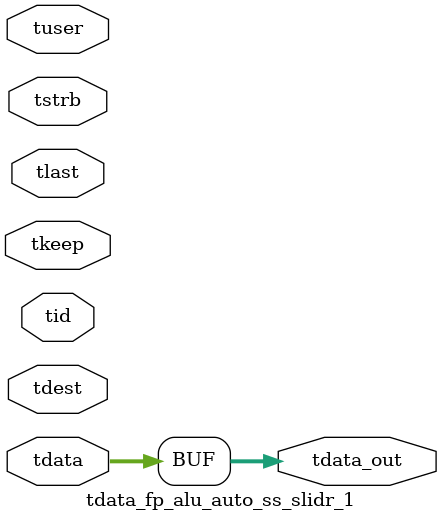
<source format=v>


`timescale 1ps/1ps

module tdata_fp_alu_auto_ss_slidr_1 #
(
parameter C_S_AXIS_TDATA_WIDTH = 32,
parameter C_S_AXIS_TUSER_WIDTH = 0,
parameter C_S_AXIS_TID_WIDTH   = 0,
parameter C_S_AXIS_TDEST_WIDTH = 0,
parameter C_M_AXIS_TDATA_WIDTH = 32
)
(
input  [(C_S_AXIS_TDATA_WIDTH == 0 ? 1 : C_S_AXIS_TDATA_WIDTH)-1:0     ] tdata,
input  [(C_S_AXIS_TUSER_WIDTH == 0 ? 1 : C_S_AXIS_TUSER_WIDTH)-1:0     ] tuser,
input  [(C_S_AXIS_TID_WIDTH   == 0 ? 1 : C_S_AXIS_TID_WIDTH)-1:0       ] tid,
input  [(C_S_AXIS_TDEST_WIDTH == 0 ? 1 : C_S_AXIS_TDEST_WIDTH)-1:0     ] tdest,
input  [(C_S_AXIS_TDATA_WIDTH/8)-1:0 ] tkeep,
input  [(C_S_AXIS_TDATA_WIDTH/8)-1:0 ] tstrb,
input                                                                    tlast,
output [C_M_AXIS_TDATA_WIDTH-1:0] tdata_out
);

assign tdata_out = {tdata[31:0]};

endmodule


</source>
